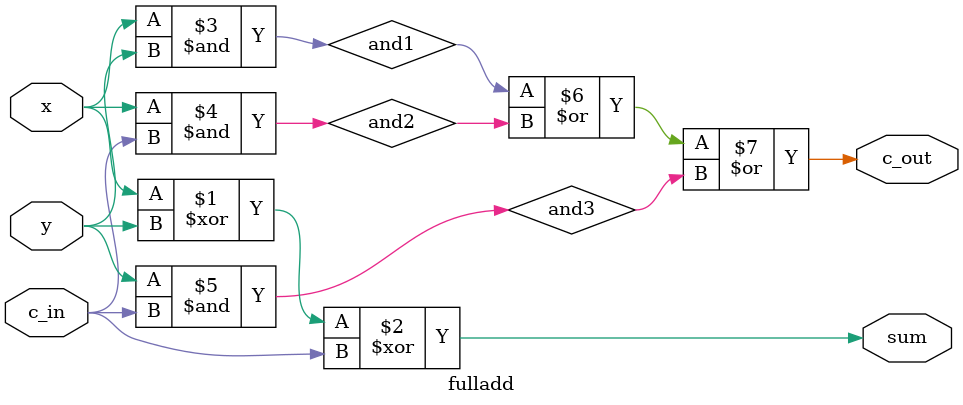
<source format=v>
module fulladd(x,y,c_in,sum,c_out);

input x,y,c_in;
output sum,c_out;

wire and1,and2,and3;

xor (sum,x,y,c_in);

and (and1,x,y);
and (and2,x,c_in);
and (and3,y,c_in);

or (c_out,and1,and2,and3);

endmodule
</source>
